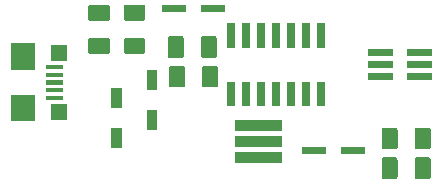
<source format=gbr>
G04 #@! TF.GenerationSoftware,KiCad,Pcbnew,(5.1.4-0-10_14)*
G04 #@! TF.CreationDate,2020-11-07T12:11:02-05:00*
G04 #@! TF.ProjectId,FabISP,46616249-5350-42e6-9b69-6361645f7063,rev?*
G04 #@! TF.SameCoordinates,Original*
G04 #@! TF.FileFunction,Soldermask,Top*
G04 #@! TF.FilePolarity,Negative*
%FSLAX46Y46*%
G04 Gerber Fmt 4.6, Leading zero omitted, Abs format (unit mm)*
G04 Created by KiCad (PCBNEW (5.1.4-0-10_14)) date 2020-11-07 12:11:02*
%MOMM*%
%LPD*%
G04 APERTURE LIST*
%ADD10C,0.100000*%
G04 APERTURE END LIST*
D10*
G36*
X162418604Y-103078347D02*
G01*
X162455144Y-103089432D01*
X162488821Y-103107433D01*
X162518341Y-103131659D01*
X162542567Y-103161179D01*
X162560568Y-103194856D01*
X162571653Y-103231396D01*
X162576000Y-103275538D01*
X162576000Y-104724462D01*
X162571653Y-104768604D01*
X162560568Y-104805144D01*
X162542567Y-104838821D01*
X162518341Y-104868341D01*
X162488821Y-104892567D01*
X162455144Y-104910568D01*
X162418604Y-104921653D01*
X162374462Y-104926000D01*
X161425538Y-104926000D01*
X161381396Y-104921653D01*
X161344856Y-104910568D01*
X161311179Y-104892567D01*
X161281659Y-104868341D01*
X161257433Y-104838821D01*
X161239432Y-104805144D01*
X161228347Y-104768604D01*
X161224000Y-104724462D01*
X161224000Y-103275538D01*
X161228347Y-103231396D01*
X161239432Y-103194856D01*
X161257433Y-103161179D01*
X161281659Y-103131659D01*
X161311179Y-103107433D01*
X161344856Y-103089432D01*
X161381396Y-103078347D01*
X161425538Y-103074000D01*
X162374462Y-103074000D01*
X162418604Y-103078347D01*
X162418604Y-103078347D01*
G37*
G36*
X159618604Y-103078347D02*
G01*
X159655144Y-103089432D01*
X159688821Y-103107433D01*
X159718341Y-103131659D01*
X159742567Y-103161179D01*
X159760568Y-103194856D01*
X159771653Y-103231396D01*
X159776000Y-103275538D01*
X159776000Y-104724462D01*
X159771653Y-104768604D01*
X159760568Y-104805144D01*
X159742567Y-104838821D01*
X159718341Y-104868341D01*
X159688821Y-104892567D01*
X159655144Y-104910568D01*
X159618604Y-104921653D01*
X159574462Y-104926000D01*
X158625538Y-104926000D01*
X158581396Y-104921653D01*
X158544856Y-104910568D01*
X158511179Y-104892567D01*
X158481659Y-104868341D01*
X158457433Y-104838821D01*
X158439432Y-104805144D01*
X158428347Y-104768604D01*
X158424000Y-104724462D01*
X158424000Y-103275538D01*
X158428347Y-103231396D01*
X158439432Y-103194856D01*
X158457433Y-103161179D01*
X158481659Y-103131659D01*
X158511179Y-103107433D01*
X158544856Y-103089432D01*
X158581396Y-103078347D01*
X158625538Y-103074000D01*
X159574462Y-103074000D01*
X159618604Y-103078347D01*
X159618604Y-103078347D01*
G37*
G36*
X150000450Y-103548520D02*
G01*
X145999550Y-103548520D01*
X145999550Y-102648960D01*
X150000450Y-102648960D01*
X150000450Y-103548520D01*
X150000450Y-103548520D01*
G37*
G36*
X157051000Y-102801000D02*
G01*
X154949000Y-102801000D01*
X154949000Y-102199000D01*
X157051000Y-102199000D01*
X157051000Y-102801000D01*
X157051000Y-102801000D01*
G37*
G36*
X153751000Y-102801000D02*
G01*
X151649000Y-102801000D01*
X151649000Y-102199000D01*
X153751000Y-102199000D01*
X153751000Y-102801000D01*
X153751000Y-102801000D01*
G37*
G36*
X162418604Y-100578347D02*
G01*
X162455144Y-100589432D01*
X162488821Y-100607433D01*
X162518341Y-100631659D01*
X162542567Y-100661179D01*
X162560568Y-100694856D01*
X162571653Y-100731396D01*
X162576000Y-100775538D01*
X162576000Y-102224462D01*
X162571653Y-102268604D01*
X162560568Y-102305144D01*
X162542567Y-102338821D01*
X162518341Y-102368341D01*
X162488821Y-102392567D01*
X162455144Y-102410568D01*
X162418604Y-102421653D01*
X162374462Y-102426000D01*
X161425538Y-102426000D01*
X161381396Y-102421653D01*
X161344856Y-102410568D01*
X161311179Y-102392567D01*
X161281659Y-102368341D01*
X161257433Y-102338821D01*
X161239432Y-102305144D01*
X161228347Y-102268604D01*
X161224000Y-102224462D01*
X161224000Y-100775538D01*
X161228347Y-100731396D01*
X161239432Y-100694856D01*
X161257433Y-100661179D01*
X161281659Y-100631659D01*
X161311179Y-100607433D01*
X161344856Y-100589432D01*
X161381396Y-100578347D01*
X161425538Y-100574000D01*
X162374462Y-100574000D01*
X162418604Y-100578347D01*
X162418604Y-100578347D01*
G37*
G36*
X159618604Y-100578347D02*
G01*
X159655144Y-100589432D01*
X159688821Y-100607433D01*
X159718341Y-100631659D01*
X159742567Y-100661179D01*
X159760568Y-100694856D01*
X159771653Y-100731396D01*
X159776000Y-100775538D01*
X159776000Y-102224462D01*
X159771653Y-102268604D01*
X159760568Y-102305144D01*
X159742567Y-102338821D01*
X159718341Y-102368341D01*
X159688821Y-102392567D01*
X159655144Y-102410568D01*
X159618604Y-102421653D01*
X159574462Y-102426000D01*
X158625538Y-102426000D01*
X158581396Y-102421653D01*
X158544856Y-102410568D01*
X158511179Y-102392567D01*
X158481659Y-102368341D01*
X158457433Y-102338821D01*
X158439432Y-102305144D01*
X158428347Y-102268604D01*
X158424000Y-102224462D01*
X158424000Y-100775538D01*
X158428347Y-100731396D01*
X158439432Y-100694856D01*
X158457433Y-100661179D01*
X158481659Y-100631659D01*
X158511179Y-100607433D01*
X158544856Y-100589432D01*
X158581396Y-100578347D01*
X158625538Y-100574000D01*
X159574462Y-100574000D01*
X159618604Y-100578347D01*
X159618604Y-100578347D01*
G37*
G36*
X136449780Y-102299090D02*
G01*
X135550220Y-102299090D01*
X135550220Y-100599430D01*
X136449780Y-100599430D01*
X136449780Y-102299090D01*
X136449780Y-102299090D01*
G37*
G36*
X150000450Y-102199780D02*
G01*
X145999550Y-102199780D01*
X145999550Y-101300220D01*
X150000450Y-101300220D01*
X150000450Y-102199780D01*
X150000450Y-102199780D01*
G37*
G36*
X150000450Y-100851040D02*
G01*
X145999550Y-100851040D01*
X145999550Y-99951480D01*
X150000450Y-99951480D01*
X150000450Y-100851040D01*
X150000450Y-100851040D01*
G37*
G36*
X139449780Y-100799090D02*
G01*
X138550220Y-100799090D01*
X138550220Y-99099430D01*
X139449780Y-99099430D01*
X139449780Y-100799090D01*
X139449780Y-100799090D01*
G37*
G36*
X129063061Y-100049660D02*
G01*
X127061141Y-100049660D01*
X127061141Y-97798820D01*
X129063061Y-97798820D01*
X129063061Y-100049660D01*
X129063061Y-100049660D01*
G37*
G36*
X131810071Y-99899800D02*
G01*
X130410131Y-99899800D01*
X130410131Y-98598920D01*
X131810071Y-98598920D01*
X131810071Y-99899800D01*
X131810071Y-99899800D01*
G37*
G36*
X136449780Y-98900570D02*
G01*
X135550220Y-98900570D01*
X135550220Y-97200910D01*
X136449780Y-97200910D01*
X136449780Y-98900570D01*
X136449780Y-98900570D01*
G37*
G36*
X147311000Y-98776000D02*
G01*
X146609000Y-98776000D01*
X146609000Y-96674000D01*
X147311000Y-96674000D01*
X147311000Y-98776000D01*
X147311000Y-98776000D01*
G37*
G36*
X146041000Y-98776000D02*
G01*
X145339000Y-98776000D01*
X145339000Y-96674000D01*
X146041000Y-96674000D01*
X146041000Y-98776000D01*
X146041000Y-98776000D01*
G37*
G36*
X148581000Y-98776000D02*
G01*
X147879000Y-98776000D01*
X147879000Y-96674000D01*
X148581000Y-96674000D01*
X148581000Y-98776000D01*
X148581000Y-98776000D01*
G37*
G36*
X149851000Y-98776000D02*
G01*
X149149000Y-98776000D01*
X149149000Y-96674000D01*
X149851000Y-96674000D01*
X149851000Y-98776000D01*
X149851000Y-98776000D01*
G37*
G36*
X153661000Y-98776000D02*
G01*
X152959000Y-98776000D01*
X152959000Y-96674000D01*
X153661000Y-96674000D01*
X153661000Y-98776000D01*
X153661000Y-98776000D01*
G37*
G36*
X152391000Y-98776000D02*
G01*
X151689000Y-98776000D01*
X151689000Y-96674000D01*
X152391000Y-96674000D01*
X152391000Y-98776000D01*
X152391000Y-98776000D01*
G37*
G36*
X151121000Y-98776000D02*
G01*
X150419000Y-98776000D01*
X150419000Y-96674000D01*
X151121000Y-96674000D01*
X151121000Y-98776000D01*
X151121000Y-98776000D01*
G37*
G36*
X131484951Y-98225940D02*
G01*
X130034211Y-98225940D01*
X130034211Y-97869940D01*
X131484951Y-97869940D01*
X131484951Y-98225940D01*
X131484951Y-98225940D01*
G37*
G36*
X131484951Y-97575700D02*
G01*
X130034211Y-97575700D01*
X130034211Y-97219700D01*
X131484951Y-97219700D01*
X131484951Y-97575700D01*
X131484951Y-97575700D01*
G37*
G36*
X139449780Y-97400570D02*
G01*
X138550220Y-97400570D01*
X138550220Y-95700910D01*
X139449780Y-95700910D01*
X139449780Y-97400570D01*
X139449780Y-97400570D01*
G37*
G36*
X144418604Y-95328347D02*
G01*
X144455144Y-95339432D01*
X144488821Y-95357433D01*
X144518341Y-95381659D01*
X144542567Y-95411179D01*
X144560568Y-95444856D01*
X144571653Y-95481396D01*
X144576000Y-95525538D01*
X144576000Y-96974462D01*
X144571653Y-97018604D01*
X144560568Y-97055144D01*
X144542567Y-97088821D01*
X144518341Y-97118341D01*
X144488821Y-97142567D01*
X144455144Y-97160568D01*
X144418604Y-97171653D01*
X144374462Y-97176000D01*
X143425538Y-97176000D01*
X143381396Y-97171653D01*
X143344856Y-97160568D01*
X143311179Y-97142567D01*
X143281659Y-97118341D01*
X143257433Y-97088821D01*
X143239432Y-97055144D01*
X143228347Y-97018604D01*
X143224000Y-96974462D01*
X143224000Y-95525538D01*
X143228347Y-95481396D01*
X143239432Y-95444856D01*
X143257433Y-95411179D01*
X143281659Y-95381659D01*
X143311179Y-95357433D01*
X143344856Y-95339432D01*
X143381396Y-95328347D01*
X143425538Y-95324000D01*
X144374462Y-95324000D01*
X144418604Y-95328347D01*
X144418604Y-95328347D01*
G37*
G36*
X141618604Y-95328347D02*
G01*
X141655144Y-95339432D01*
X141688821Y-95357433D01*
X141718341Y-95381659D01*
X141742567Y-95411179D01*
X141760568Y-95444856D01*
X141771653Y-95481396D01*
X141776000Y-95525538D01*
X141776000Y-96974462D01*
X141771653Y-97018604D01*
X141760568Y-97055144D01*
X141742567Y-97088821D01*
X141718341Y-97118341D01*
X141688821Y-97142567D01*
X141655144Y-97160568D01*
X141618604Y-97171653D01*
X141574462Y-97176000D01*
X140625538Y-97176000D01*
X140581396Y-97171653D01*
X140544856Y-97160568D01*
X140511179Y-97142567D01*
X140481659Y-97118341D01*
X140457433Y-97088821D01*
X140439432Y-97055144D01*
X140428347Y-97018604D01*
X140424000Y-96974462D01*
X140424000Y-95525538D01*
X140428347Y-95481396D01*
X140439432Y-95444856D01*
X140457433Y-95411179D01*
X140481659Y-95381659D01*
X140511179Y-95357433D01*
X140544856Y-95339432D01*
X140581396Y-95328347D01*
X140625538Y-95324000D01*
X141574462Y-95324000D01*
X141618604Y-95328347D01*
X141618604Y-95328347D01*
G37*
G36*
X131484951Y-96928000D02*
G01*
X130034211Y-96928000D01*
X130034211Y-96572000D01*
X131484951Y-96572000D01*
X131484951Y-96928000D01*
X131484951Y-96928000D01*
G37*
G36*
X162701000Y-96551000D02*
G01*
X160599000Y-96551000D01*
X160599000Y-95949000D01*
X162701000Y-95949000D01*
X162701000Y-96551000D01*
X162701000Y-96551000D01*
G37*
G36*
X159401000Y-96551000D02*
G01*
X157299000Y-96551000D01*
X157299000Y-95949000D01*
X159401000Y-95949000D01*
X159401000Y-96551000D01*
X159401000Y-96551000D01*
G37*
G36*
X131484951Y-96280300D02*
G01*
X130034211Y-96280300D01*
X130034211Y-95924300D01*
X131484951Y-95924300D01*
X131484951Y-96280300D01*
X131484951Y-96280300D01*
G37*
G36*
X129063061Y-95701180D02*
G01*
X127061141Y-95701180D01*
X127061141Y-93450340D01*
X129063061Y-93450340D01*
X129063061Y-95701180D01*
X129063061Y-95701180D01*
G37*
G36*
X131484951Y-95630060D02*
G01*
X130034211Y-95630060D01*
X130034211Y-95274060D01*
X131484951Y-95274060D01*
X131484951Y-95630060D01*
X131484951Y-95630060D01*
G37*
G36*
X162701000Y-95551000D02*
G01*
X160599000Y-95551000D01*
X160599000Y-94949000D01*
X162701000Y-94949000D01*
X162701000Y-95551000D01*
X162701000Y-95551000D01*
G37*
G36*
X159401000Y-95551000D02*
G01*
X157299000Y-95551000D01*
X157299000Y-94949000D01*
X159401000Y-94949000D01*
X159401000Y-95551000D01*
X159401000Y-95551000D01*
G37*
G36*
X131810071Y-94901080D02*
G01*
X130410131Y-94901080D01*
X130410131Y-93600200D01*
X131810071Y-93600200D01*
X131810071Y-94901080D01*
X131810071Y-94901080D01*
G37*
G36*
X144318604Y-92828347D02*
G01*
X144355144Y-92839432D01*
X144388821Y-92857433D01*
X144418341Y-92881659D01*
X144442567Y-92911179D01*
X144460568Y-92944856D01*
X144471653Y-92981396D01*
X144476000Y-93025538D01*
X144476000Y-94474462D01*
X144471653Y-94518604D01*
X144460568Y-94555144D01*
X144442567Y-94588821D01*
X144418341Y-94618341D01*
X144388821Y-94642567D01*
X144355144Y-94660568D01*
X144318604Y-94671653D01*
X144274462Y-94676000D01*
X143325538Y-94676000D01*
X143281396Y-94671653D01*
X143244856Y-94660568D01*
X143211179Y-94642567D01*
X143181659Y-94618341D01*
X143157433Y-94588821D01*
X143139432Y-94555144D01*
X143128347Y-94518604D01*
X143124000Y-94474462D01*
X143124000Y-93025538D01*
X143128347Y-92981396D01*
X143139432Y-92944856D01*
X143157433Y-92911179D01*
X143181659Y-92881659D01*
X143211179Y-92857433D01*
X143244856Y-92839432D01*
X143281396Y-92828347D01*
X143325538Y-92824000D01*
X144274462Y-92824000D01*
X144318604Y-92828347D01*
X144318604Y-92828347D01*
G37*
G36*
X141518604Y-92828347D02*
G01*
X141555144Y-92839432D01*
X141588821Y-92857433D01*
X141618341Y-92881659D01*
X141642567Y-92911179D01*
X141660568Y-92944856D01*
X141671653Y-92981396D01*
X141676000Y-93025538D01*
X141676000Y-94474462D01*
X141671653Y-94518604D01*
X141660568Y-94555144D01*
X141642567Y-94588821D01*
X141618341Y-94618341D01*
X141588821Y-94642567D01*
X141555144Y-94660568D01*
X141518604Y-94671653D01*
X141474462Y-94676000D01*
X140525538Y-94676000D01*
X140481396Y-94671653D01*
X140444856Y-94660568D01*
X140411179Y-94642567D01*
X140381659Y-94618341D01*
X140357433Y-94588821D01*
X140339432Y-94555144D01*
X140328347Y-94518604D01*
X140324000Y-94474462D01*
X140324000Y-93025538D01*
X140328347Y-92981396D01*
X140339432Y-92944856D01*
X140357433Y-92911179D01*
X140381659Y-92881659D01*
X140411179Y-92857433D01*
X140444856Y-92839432D01*
X140481396Y-92828347D01*
X140525538Y-92824000D01*
X141474462Y-92824000D01*
X141518604Y-92828347D01*
X141518604Y-92828347D01*
G37*
G36*
X159401000Y-94551000D02*
G01*
X157299000Y-94551000D01*
X157299000Y-93949000D01*
X159401000Y-93949000D01*
X159401000Y-94551000D01*
X159401000Y-94551000D01*
G37*
G36*
X162701000Y-94551000D02*
G01*
X160599000Y-94551000D01*
X160599000Y-93949000D01*
X162701000Y-93949000D01*
X162701000Y-94551000D01*
X162701000Y-94551000D01*
G37*
G36*
X135268604Y-92978347D02*
G01*
X135305144Y-92989432D01*
X135338821Y-93007433D01*
X135368341Y-93031659D01*
X135392567Y-93061179D01*
X135410568Y-93094856D01*
X135421653Y-93131396D01*
X135426000Y-93175538D01*
X135426000Y-94124462D01*
X135421653Y-94168604D01*
X135410568Y-94205144D01*
X135392567Y-94238821D01*
X135368341Y-94268341D01*
X135338821Y-94292567D01*
X135305144Y-94310568D01*
X135268604Y-94321653D01*
X135224462Y-94326000D01*
X133775538Y-94326000D01*
X133731396Y-94321653D01*
X133694856Y-94310568D01*
X133661179Y-94292567D01*
X133631659Y-94268341D01*
X133607433Y-94238821D01*
X133589432Y-94205144D01*
X133578347Y-94168604D01*
X133574000Y-94124462D01*
X133574000Y-93175538D01*
X133578347Y-93131396D01*
X133589432Y-93094856D01*
X133607433Y-93061179D01*
X133631659Y-93031659D01*
X133661179Y-93007433D01*
X133694856Y-92989432D01*
X133731396Y-92978347D01*
X133775538Y-92974000D01*
X135224462Y-92974000D01*
X135268604Y-92978347D01*
X135268604Y-92978347D01*
G37*
G36*
X138268604Y-92978347D02*
G01*
X138305144Y-92989432D01*
X138338821Y-93007433D01*
X138368341Y-93031659D01*
X138392567Y-93061179D01*
X138410568Y-93094856D01*
X138421653Y-93131396D01*
X138426000Y-93175538D01*
X138426000Y-94124462D01*
X138421653Y-94168604D01*
X138410568Y-94205144D01*
X138392567Y-94238821D01*
X138368341Y-94268341D01*
X138338821Y-94292567D01*
X138305144Y-94310568D01*
X138268604Y-94321653D01*
X138224462Y-94326000D01*
X136775538Y-94326000D01*
X136731396Y-94321653D01*
X136694856Y-94310568D01*
X136661179Y-94292567D01*
X136631659Y-94268341D01*
X136607433Y-94238821D01*
X136589432Y-94205144D01*
X136578347Y-94168604D01*
X136574000Y-94124462D01*
X136574000Y-93175538D01*
X136578347Y-93131396D01*
X136589432Y-93094856D01*
X136607433Y-93061179D01*
X136631659Y-93031659D01*
X136661179Y-93007433D01*
X136694856Y-92989432D01*
X136731396Y-92978347D01*
X136775538Y-92974000D01*
X138224462Y-92974000D01*
X138268604Y-92978347D01*
X138268604Y-92978347D01*
G37*
G36*
X146041000Y-93826000D02*
G01*
X145339000Y-93826000D01*
X145339000Y-91724000D01*
X146041000Y-91724000D01*
X146041000Y-93826000D01*
X146041000Y-93826000D01*
G37*
G36*
X147311000Y-93826000D02*
G01*
X146609000Y-93826000D01*
X146609000Y-91724000D01*
X147311000Y-91724000D01*
X147311000Y-93826000D01*
X147311000Y-93826000D01*
G37*
G36*
X148581000Y-93826000D02*
G01*
X147879000Y-93826000D01*
X147879000Y-91724000D01*
X148581000Y-91724000D01*
X148581000Y-93826000D01*
X148581000Y-93826000D01*
G37*
G36*
X149851000Y-93826000D02*
G01*
X149149000Y-93826000D01*
X149149000Y-91724000D01*
X149851000Y-91724000D01*
X149851000Y-93826000D01*
X149851000Y-93826000D01*
G37*
G36*
X151121000Y-93826000D02*
G01*
X150419000Y-93826000D01*
X150419000Y-91724000D01*
X151121000Y-91724000D01*
X151121000Y-93826000D01*
X151121000Y-93826000D01*
G37*
G36*
X152391000Y-93826000D02*
G01*
X151689000Y-93826000D01*
X151689000Y-91724000D01*
X152391000Y-91724000D01*
X152391000Y-93826000D01*
X152391000Y-93826000D01*
G37*
G36*
X153661000Y-93826000D02*
G01*
X152959000Y-93826000D01*
X152959000Y-91724000D01*
X153661000Y-91724000D01*
X153661000Y-93826000D01*
X153661000Y-93826000D01*
G37*
G36*
X135268604Y-90178347D02*
G01*
X135305144Y-90189432D01*
X135338821Y-90207433D01*
X135368341Y-90231659D01*
X135392567Y-90261179D01*
X135410568Y-90294856D01*
X135421653Y-90331396D01*
X135426000Y-90375538D01*
X135426000Y-91324462D01*
X135421653Y-91368604D01*
X135410568Y-91405144D01*
X135392567Y-91438821D01*
X135368341Y-91468341D01*
X135338821Y-91492567D01*
X135305144Y-91510568D01*
X135268604Y-91521653D01*
X135224462Y-91526000D01*
X133775538Y-91526000D01*
X133731396Y-91521653D01*
X133694856Y-91510568D01*
X133661179Y-91492567D01*
X133631659Y-91468341D01*
X133607433Y-91438821D01*
X133589432Y-91405144D01*
X133578347Y-91368604D01*
X133574000Y-91324462D01*
X133574000Y-90375538D01*
X133578347Y-90331396D01*
X133589432Y-90294856D01*
X133607433Y-90261179D01*
X133631659Y-90231659D01*
X133661179Y-90207433D01*
X133694856Y-90189432D01*
X133731396Y-90178347D01*
X133775538Y-90174000D01*
X135224462Y-90174000D01*
X135268604Y-90178347D01*
X135268604Y-90178347D01*
G37*
G36*
X138268604Y-90178347D02*
G01*
X138305144Y-90189432D01*
X138338821Y-90207433D01*
X138368341Y-90231659D01*
X138392567Y-90261179D01*
X138410568Y-90294856D01*
X138421653Y-90331396D01*
X138426000Y-90375538D01*
X138426000Y-91324462D01*
X138421653Y-91368604D01*
X138410568Y-91405144D01*
X138392567Y-91438821D01*
X138368341Y-91468341D01*
X138338821Y-91492567D01*
X138305144Y-91510568D01*
X138268604Y-91521653D01*
X138224462Y-91526000D01*
X136775538Y-91526000D01*
X136731396Y-91521653D01*
X136694856Y-91510568D01*
X136661179Y-91492567D01*
X136631659Y-91468341D01*
X136607433Y-91438821D01*
X136589432Y-91405144D01*
X136578347Y-91368604D01*
X136574000Y-91324462D01*
X136574000Y-90375538D01*
X136578347Y-90331396D01*
X136589432Y-90294856D01*
X136607433Y-90261179D01*
X136631659Y-90231659D01*
X136661179Y-90207433D01*
X136694856Y-90189432D01*
X136731396Y-90178347D01*
X136775538Y-90174000D01*
X138224462Y-90174000D01*
X138268604Y-90178347D01*
X138268604Y-90178347D01*
G37*
G36*
X141901000Y-90801000D02*
G01*
X139799000Y-90801000D01*
X139799000Y-90199000D01*
X141901000Y-90199000D01*
X141901000Y-90801000D01*
X141901000Y-90801000D01*
G37*
G36*
X145201000Y-90801000D02*
G01*
X143099000Y-90801000D01*
X143099000Y-90199000D01*
X145201000Y-90199000D01*
X145201000Y-90801000D01*
X145201000Y-90801000D01*
G37*
M02*

</source>
